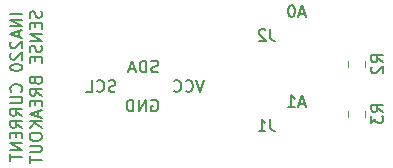
<source format=gbr>
G04 #@! TF.GenerationSoftware,KiCad,Pcbnew,5.1.5*
G04 #@! TF.CreationDate,2020-01-04T22:00:14+01:00*
G04 #@! TF.ProjectId,cs_ina220,63735f69-6e61-4323-9230-2e6b69636164,rev?*
G04 #@! TF.SameCoordinates,Original*
G04 #@! TF.FileFunction,Legend,Bot*
G04 #@! TF.FilePolarity,Positive*
%FSLAX46Y46*%
G04 Gerber Fmt 4.6, Leading zero omitted, Abs format (unit mm)*
G04 Created by KiCad (PCBNEW 5.1.5) date 2020-01-04 22:00:14*
%MOMM*%
%LPD*%
G04 APERTURE LIST*
%ADD10C,0.150000*%
%ADD11C,0.120000*%
G04 APERTURE END LIST*
D10*
X106307380Y-85297142D02*
X105307380Y-85297142D01*
X106307380Y-85773333D02*
X105307380Y-85773333D01*
X106307380Y-86344761D01*
X105307380Y-86344761D01*
X106021666Y-86773333D02*
X106021666Y-87249523D01*
X106307380Y-86678095D02*
X105307380Y-87011428D01*
X106307380Y-87344761D01*
X105402619Y-87630476D02*
X105355000Y-87678095D01*
X105307380Y-87773333D01*
X105307380Y-88011428D01*
X105355000Y-88106666D01*
X105402619Y-88154285D01*
X105497857Y-88201904D01*
X105593095Y-88201904D01*
X105735952Y-88154285D01*
X106307380Y-87582857D01*
X106307380Y-88201904D01*
X105402619Y-88582857D02*
X105355000Y-88630476D01*
X105307380Y-88725714D01*
X105307380Y-88963809D01*
X105355000Y-89059047D01*
X105402619Y-89106666D01*
X105497857Y-89154285D01*
X105593095Y-89154285D01*
X105735952Y-89106666D01*
X106307380Y-88535238D01*
X106307380Y-89154285D01*
X105307380Y-89773333D02*
X105307380Y-89868571D01*
X105355000Y-89963809D01*
X105402619Y-90011428D01*
X105497857Y-90059047D01*
X105688333Y-90106666D01*
X105926428Y-90106666D01*
X106116904Y-90059047D01*
X106212142Y-90011428D01*
X106259761Y-89963809D01*
X106307380Y-89868571D01*
X106307380Y-89773333D01*
X106259761Y-89678095D01*
X106212142Y-89630476D01*
X106116904Y-89582857D01*
X105926428Y-89535238D01*
X105688333Y-89535238D01*
X105497857Y-89582857D01*
X105402619Y-89630476D01*
X105355000Y-89678095D01*
X105307380Y-89773333D01*
X106212142Y-91868571D02*
X106259761Y-91820952D01*
X106307380Y-91678095D01*
X106307380Y-91582857D01*
X106259761Y-91440000D01*
X106164523Y-91344761D01*
X106069285Y-91297142D01*
X105878809Y-91249523D01*
X105735952Y-91249523D01*
X105545476Y-91297142D01*
X105450238Y-91344761D01*
X105355000Y-91440000D01*
X105307380Y-91582857D01*
X105307380Y-91678095D01*
X105355000Y-91820952D01*
X105402619Y-91868571D01*
X105307380Y-92297142D02*
X106116904Y-92297142D01*
X106212142Y-92344761D01*
X106259761Y-92392380D01*
X106307380Y-92487619D01*
X106307380Y-92678095D01*
X106259761Y-92773333D01*
X106212142Y-92820952D01*
X106116904Y-92868571D01*
X105307380Y-92868571D01*
X106307380Y-93916190D02*
X105831190Y-93582857D01*
X106307380Y-93344761D02*
X105307380Y-93344761D01*
X105307380Y-93725714D01*
X105355000Y-93820952D01*
X105402619Y-93868571D01*
X105497857Y-93916190D01*
X105640714Y-93916190D01*
X105735952Y-93868571D01*
X105783571Y-93820952D01*
X105831190Y-93725714D01*
X105831190Y-93344761D01*
X106307380Y-94916190D02*
X105831190Y-94582857D01*
X106307380Y-94344761D02*
X105307380Y-94344761D01*
X105307380Y-94725714D01*
X105355000Y-94820952D01*
X105402619Y-94868571D01*
X105497857Y-94916190D01*
X105640714Y-94916190D01*
X105735952Y-94868571D01*
X105783571Y-94820952D01*
X105831190Y-94725714D01*
X105831190Y-94344761D01*
X105783571Y-95344761D02*
X105783571Y-95678095D01*
X106307380Y-95820952D02*
X106307380Y-95344761D01*
X105307380Y-95344761D01*
X105307380Y-95820952D01*
X106307380Y-96249523D02*
X105307380Y-96249523D01*
X106307380Y-96820952D01*
X105307380Y-96820952D01*
X105307380Y-97154285D02*
X105307380Y-97725714D01*
X106307380Y-97440000D02*
X105307380Y-97440000D01*
X107909761Y-85059047D02*
X107957380Y-85201904D01*
X107957380Y-85440000D01*
X107909761Y-85535238D01*
X107862142Y-85582857D01*
X107766904Y-85630476D01*
X107671666Y-85630476D01*
X107576428Y-85582857D01*
X107528809Y-85535238D01*
X107481190Y-85440000D01*
X107433571Y-85249523D01*
X107385952Y-85154285D01*
X107338333Y-85106666D01*
X107243095Y-85059047D01*
X107147857Y-85059047D01*
X107052619Y-85106666D01*
X107005000Y-85154285D01*
X106957380Y-85249523D01*
X106957380Y-85487619D01*
X107005000Y-85630476D01*
X107433571Y-86059047D02*
X107433571Y-86392380D01*
X107957380Y-86535238D02*
X107957380Y-86059047D01*
X106957380Y-86059047D01*
X106957380Y-86535238D01*
X107957380Y-86963809D02*
X106957380Y-86963809D01*
X107957380Y-87535238D01*
X106957380Y-87535238D01*
X107909761Y-87963809D02*
X107957380Y-88106666D01*
X107957380Y-88344761D01*
X107909761Y-88440000D01*
X107862142Y-88487619D01*
X107766904Y-88535238D01*
X107671666Y-88535238D01*
X107576428Y-88487619D01*
X107528809Y-88440000D01*
X107481190Y-88344761D01*
X107433571Y-88154285D01*
X107385952Y-88059047D01*
X107338333Y-88011428D01*
X107243095Y-87963809D01*
X107147857Y-87963809D01*
X107052619Y-88011428D01*
X107005000Y-88059047D01*
X106957380Y-88154285D01*
X106957380Y-88392380D01*
X107005000Y-88535238D01*
X107433571Y-88963809D02*
X107433571Y-89297142D01*
X107957380Y-89440000D02*
X107957380Y-88963809D01*
X106957380Y-88963809D01*
X106957380Y-89440000D01*
X107433571Y-90963809D02*
X107481190Y-91106666D01*
X107528809Y-91154285D01*
X107624047Y-91201904D01*
X107766904Y-91201904D01*
X107862142Y-91154285D01*
X107909761Y-91106666D01*
X107957380Y-91011428D01*
X107957380Y-90630476D01*
X106957380Y-90630476D01*
X106957380Y-90963809D01*
X107005000Y-91059047D01*
X107052619Y-91106666D01*
X107147857Y-91154285D01*
X107243095Y-91154285D01*
X107338333Y-91106666D01*
X107385952Y-91059047D01*
X107433571Y-90963809D01*
X107433571Y-90630476D01*
X107957380Y-92201904D02*
X107481190Y-91868571D01*
X107957380Y-91630476D02*
X106957380Y-91630476D01*
X106957380Y-92011428D01*
X107005000Y-92106666D01*
X107052619Y-92154285D01*
X107147857Y-92201904D01*
X107290714Y-92201904D01*
X107385952Y-92154285D01*
X107433571Y-92106666D01*
X107481190Y-92011428D01*
X107481190Y-91630476D01*
X107433571Y-92630476D02*
X107433571Y-92963809D01*
X107957380Y-93106666D02*
X107957380Y-92630476D01*
X106957380Y-92630476D01*
X106957380Y-93106666D01*
X107671666Y-93487619D02*
X107671666Y-93963809D01*
X107957380Y-93392380D02*
X106957380Y-93725714D01*
X107957380Y-94059047D01*
X107957380Y-94392380D02*
X106957380Y-94392380D01*
X107957380Y-94963809D02*
X107385952Y-94535238D01*
X106957380Y-94963809D02*
X107528809Y-94392380D01*
X106957380Y-95582857D02*
X106957380Y-95773333D01*
X107005000Y-95868571D01*
X107100238Y-95963809D01*
X107290714Y-96011428D01*
X107624047Y-96011428D01*
X107814523Y-95963809D01*
X107909761Y-95868571D01*
X107957380Y-95773333D01*
X107957380Y-95582857D01*
X107909761Y-95487619D01*
X107814523Y-95392380D01*
X107624047Y-95344761D01*
X107290714Y-95344761D01*
X107100238Y-95392380D01*
X107005000Y-95487619D01*
X106957380Y-95582857D01*
X106957380Y-96440000D02*
X107766904Y-96440000D01*
X107862142Y-96487619D01*
X107909761Y-96535238D01*
X107957380Y-96630476D01*
X107957380Y-96820952D01*
X107909761Y-96916190D01*
X107862142Y-96963809D01*
X107766904Y-97011428D01*
X106957380Y-97011428D01*
X106957380Y-97344761D02*
X106957380Y-97916190D01*
X107957380Y-97630476D02*
X106957380Y-97630476D01*
X117822500Y-90194761D02*
X117679642Y-90242380D01*
X117441547Y-90242380D01*
X117346309Y-90194761D01*
X117298690Y-90147142D01*
X117251071Y-90051904D01*
X117251071Y-89956666D01*
X117298690Y-89861428D01*
X117346309Y-89813809D01*
X117441547Y-89766190D01*
X117632023Y-89718571D01*
X117727261Y-89670952D01*
X117774880Y-89623333D01*
X117822500Y-89528095D01*
X117822500Y-89432857D01*
X117774880Y-89337619D01*
X117727261Y-89290000D01*
X117632023Y-89242380D01*
X117393928Y-89242380D01*
X117251071Y-89290000D01*
X116822500Y-90242380D02*
X116822500Y-89242380D01*
X116584404Y-89242380D01*
X116441547Y-89290000D01*
X116346309Y-89385238D01*
X116298690Y-89480476D01*
X116251071Y-89670952D01*
X116251071Y-89813809D01*
X116298690Y-90004285D01*
X116346309Y-90099523D01*
X116441547Y-90194761D01*
X116584404Y-90242380D01*
X116822500Y-90242380D01*
X115870119Y-89956666D02*
X115393928Y-89956666D01*
X115965357Y-90242380D02*
X115632023Y-89242380D01*
X115298690Y-90242380D01*
X121727261Y-90892380D02*
X121393928Y-91892380D01*
X121060595Y-90892380D01*
X120155833Y-91797142D02*
X120203452Y-91844761D01*
X120346309Y-91892380D01*
X120441547Y-91892380D01*
X120584404Y-91844761D01*
X120679642Y-91749523D01*
X120727261Y-91654285D01*
X120774880Y-91463809D01*
X120774880Y-91320952D01*
X120727261Y-91130476D01*
X120679642Y-91035238D01*
X120584404Y-90940000D01*
X120441547Y-90892380D01*
X120346309Y-90892380D01*
X120203452Y-90940000D01*
X120155833Y-90987619D01*
X119155833Y-91797142D02*
X119203452Y-91844761D01*
X119346309Y-91892380D01*
X119441547Y-91892380D01*
X119584404Y-91844761D01*
X119679642Y-91749523D01*
X119727261Y-91654285D01*
X119774880Y-91463809D01*
X119774880Y-91320952D01*
X119727261Y-91130476D01*
X119679642Y-91035238D01*
X119584404Y-90940000D01*
X119441547Y-90892380D01*
X119346309Y-90892380D01*
X119203452Y-90940000D01*
X119155833Y-90987619D01*
X114203452Y-91844761D02*
X114060595Y-91892380D01*
X113822500Y-91892380D01*
X113727261Y-91844761D01*
X113679642Y-91797142D01*
X113632023Y-91701904D01*
X113632023Y-91606666D01*
X113679642Y-91511428D01*
X113727261Y-91463809D01*
X113822500Y-91416190D01*
X114012976Y-91368571D01*
X114108214Y-91320952D01*
X114155833Y-91273333D01*
X114203452Y-91178095D01*
X114203452Y-91082857D01*
X114155833Y-90987619D01*
X114108214Y-90940000D01*
X114012976Y-90892380D01*
X113774880Y-90892380D01*
X113632023Y-90940000D01*
X112632023Y-91797142D02*
X112679642Y-91844761D01*
X112822500Y-91892380D01*
X112917738Y-91892380D01*
X113060595Y-91844761D01*
X113155833Y-91749523D01*
X113203452Y-91654285D01*
X113251071Y-91463809D01*
X113251071Y-91320952D01*
X113203452Y-91130476D01*
X113155833Y-91035238D01*
X113060595Y-90940000D01*
X112917738Y-90892380D01*
X112822500Y-90892380D01*
X112679642Y-90940000D01*
X112632023Y-90987619D01*
X111727261Y-91892380D02*
X112203452Y-91892380D01*
X112203452Y-90892380D01*
X117251071Y-92590000D02*
X117346309Y-92542380D01*
X117489166Y-92542380D01*
X117632023Y-92590000D01*
X117727261Y-92685238D01*
X117774880Y-92780476D01*
X117822500Y-92970952D01*
X117822500Y-93113809D01*
X117774880Y-93304285D01*
X117727261Y-93399523D01*
X117632023Y-93494761D01*
X117489166Y-93542380D01*
X117393928Y-93542380D01*
X117251071Y-93494761D01*
X117203452Y-93447142D01*
X117203452Y-93113809D01*
X117393928Y-93113809D01*
X116774880Y-93542380D02*
X116774880Y-92542380D01*
X116203452Y-93542380D01*
X116203452Y-92542380D01*
X115727261Y-93542380D02*
X115727261Y-92542380D01*
X115489166Y-92542380D01*
X115346309Y-92590000D01*
X115251071Y-92685238D01*
X115203452Y-92780476D01*
X115155833Y-92970952D01*
X115155833Y-93113809D01*
X115203452Y-93304285D01*
X115251071Y-93399523D01*
X115346309Y-93494761D01*
X115489166Y-93542380D01*
X115727261Y-93542380D01*
X130254285Y-92876666D02*
X129778095Y-92876666D01*
X130349523Y-93162380D02*
X130016190Y-92162380D01*
X129682857Y-93162380D01*
X128825714Y-93162380D02*
X129397142Y-93162380D01*
X129111428Y-93162380D02*
X129111428Y-92162380D01*
X129206666Y-92305238D01*
X129301904Y-92400476D01*
X129397142Y-92448095D01*
X130254285Y-85256666D02*
X129778095Y-85256666D01*
X130349523Y-85542380D02*
X130016190Y-84542380D01*
X129682857Y-85542380D01*
X129159047Y-84542380D02*
X129063809Y-84542380D01*
X128968571Y-84590000D01*
X128920952Y-84637619D01*
X128873333Y-84732857D01*
X128825714Y-84923333D01*
X128825714Y-85161428D01*
X128873333Y-85351904D01*
X128920952Y-85447142D01*
X128968571Y-85494761D01*
X129063809Y-85542380D01*
X129159047Y-85542380D01*
X129254285Y-85494761D01*
X129301904Y-85447142D01*
X129349523Y-85351904D01*
X129397142Y-85161428D01*
X129397142Y-84923333D01*
X129349523Y-84732857D01*
X129301904Y-84637619D01*
X129254285Y-84590000D01*
X129159047Y-84542380D01*
D11*
X135330000Y-93473748D02*
X135330000Y-93996252D01*
X133910000Y-93473748D02*
X133910000Y-93996252D01*
X133910000Y-89796252D02*
X133910000Y-89273748D01*
X135330000Y-89796252D02*
X135330000Y-89273748D01*
D10*
X136850380Y-93559333D02*
X136374190Y-93226000D01*
X136850380Y-92987904D02*
X135850380Y-92987904D01*
X135850380Y-93368857D01*
X135898000Y-93464095D01*
X135945619Y-93511714D01*
X136040857Y-93559333D01*
X136183714Y-93559333D01*
X136278952Y-93511714D01*
X136326571Y-93464095D01*
X136374190Y-93368857D01*
X136374190Y-92987904D01*
X135850380Y-93892666D02*
X135850380Y-94511714D01*
X136231333Y-94178380D01*
X136231333Y-94321238D01*
X136278952Y-94416476D01*
X136326571Y-94464095D01*
X136421809Y-94511714D01*
X136659904Y-94511714D01*
X136755142Y-94464095D01*
X136802761Y-94416476D01*
X136850380Y-94321238D01*
X136850380Y-94035523D01*
X136802761Y-93940285D01*
X136755142Y-93892666D01*
X136850380Y-89368333D02*
X136374190Y-89035000D01*
X136850380Y-88796904D02*
X135850380Y-88796904D01*
X135850380Y-89177857D01*
X135898000Y-89273095D01*
X135945619Y-89320714D01*
X136040857Y-89368333D01*
X136183714Y-89368333D01*
X136278952Y-89320714D01*
X136326571Y-89273095D01*
X136374190Y-89177857D01*
X136374190Y-88796904D01*
X135945619Y-89749285D02*
X135898000Y-89796904D01*
X135850380Y-89892142D01*
X135850380Y-90130238D01*
X135898000Y-90225476D01*
X135945619Y-90273095D01*
X136040857Y-90320714D01*
X136136095Y-90320714D01*
X136278952Y-90273095D01*
X136850380Y-89701666D01*
X136850380Y-90320714D01*
X127333333Y-86582380D02*
X127333333Y-87296666D01*
X127380952Y-87439523D01*
X127476190Y-87534761D01*
X127619047Y-87582380D01*
X127714285Y-87582380D01*
X126904761Y-86677619D02*
X126857142Y-86630000D01*
X126761904Y-86582380D01*
X126523809Y-86582380D01*
X126428571Y-86630000D01*
X126380952Y-86677619D01*
X126333333Y-86772857D01*
X126333333Y-86868095D01*
X126380952Y-87010952D01*
X126952380Y-87582380D01*
X126333333Y-87582380D01*
X127333333Y-94202380D02*
X127333333Y-94916666D01*
X127380952Y-95059523D01*
X127476190Y-95154761D01*
X127619047Y-95202380D01*
X127714285Y-95202380D01*
X126333333Y-95202380D02*
X126904761Y-95202380D01*
X126619047Y-95202380D02*
X126619047Y-94202380D01*
X126714285Y-94345238D01*
X126809523Y-94440476D01*
X126904761Y-94488095D01*
M02*

</source>
